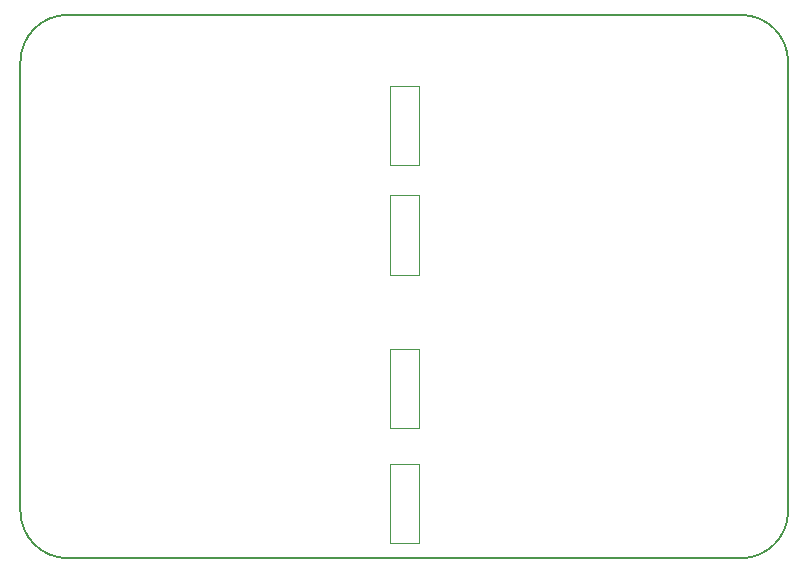
<source format=gm1>
G04 #@! TF.GenerationSoftware,KiCad,Pcbnew,8.0.2-8.0.2-0~ubuntu22.04.1*
G04 #@! TF.CreationDate,2024-05-09T21:57:41-07:00*
G04 #@! TF.ProjectId,pifire-relay-module,70696669-7265-42d7-9265-6c61792d6d6f,rev?*
G04 #@! TF.SameCoordinates,Original*
G04 #@! TF.FileFunction,Profile,NP*
%FSLAX46Y46*%
G04 Gerber Fmt 4.6, Leading zero omitted, Abs format (unit mm)*
G04 Created by KiCad (PCBNEW 8.0.2-8.0.2-0~ubuntu22.04.1) date 2024-05-09 21:57:41*
%MOMM*%
%LPD*%
G01*
G04 APERTURE LIST*
G04 #@! TA.AperFunction,Profile*
%ADD10C,0.050000*%
G04 #@! TD*
G04 #@! TA.AperFunction,Profile*
%ADD11C,0.200000*%
G04 #@! TD*
G04 APERTURE END LIST*
D10*
X56250000Y-53250000D02*
X58750000Y-53250000D01*
X58750000Y-60000000D01*
X56250000Y-60000000D01*
X56250000Y-53250000D01*
D11*
X90000000Y-29000000D02*
X90000000Y-67000000D01*
X29000000Y-25000000D02*
X86000000Y-25000000D01*
D10*
X56250000Y-31000000D02*
X58750000Y-31000000D01*
X58750000Y-37750000D01*
X56250000Y-37750000D01*
X56250000Y-31000000D01*
X56250000Y-63000000D02*
X58750000Y-63000000D01*
X58750000Y-69750000D01*
X56250000Y-69750000D01*
X56250000Y-63000000D01*
X56250000Y-40250000D02*
X58750000Y-40250000D01*
X58750000Y-47000000D01*
X56250000Y-47000000D01*
X56250000Y-40250000D01*
D11*
X86000000Y-25000000D02*
G75*
G02*
X90000000Y-29000000I0J-4000000D01*
G01*
X86000000Y-71000000D02*
X29000000Y-71000000D01*
X25000000Y-29000000D02*
G75*
G02*
X29000000Y-25000000I4000000J0D01*
G01*
X90000000Y-67000000D02*
G75*
G02*
X86000000Y-71000000I-4000000J0D01*
G01*
X29000000Y-71000000D02*
G75*
G02*
X25000000Y-67000000I0J4000000D01*
G01*
X25000000Y-67000000D02*
X25000000Y-29000000D01*
M02*

</source>
